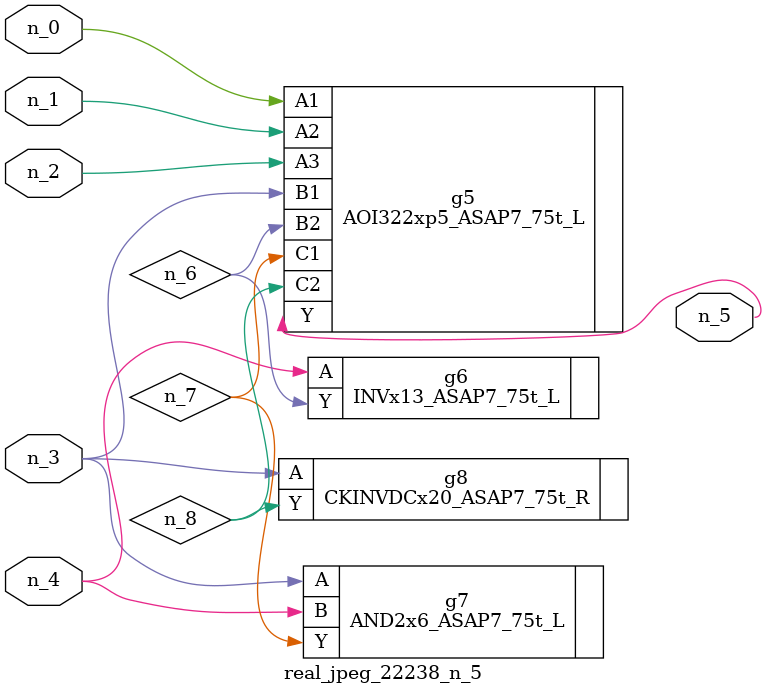
<source format=v>
module real_jpeg_22238_n_5 (n_4, n_0, n_1, n_2, n_3, n_5);

input n_4;
input n_0;
input n_1;
input n_2;
input n_3;

output n_5;

wire n_8;
wire n_6;
wire n_7;

AOI322xp5_ASAP7_75t_L g5 ( 
.A1(n_0),
.A2(n_1),
.A3(n_2),
.B1(n_3),
.B2(n_6),
.C1(n_7),
.C2(n_8),
.Y(n_5)
);

AND2x6_ASAP7_75t_L g7 ( 
.A(n_3),
.B(n_4),
.Y(n_7)
);

CKINVDCx20_ASAP7_75t_R g8 ( 
.A(n_3),
.Y(n_8)
);

INVx13_ASAP7_75t_L g6 ( 
.A(n_4),
.Y(n_6)
);


endmodule
</source>
